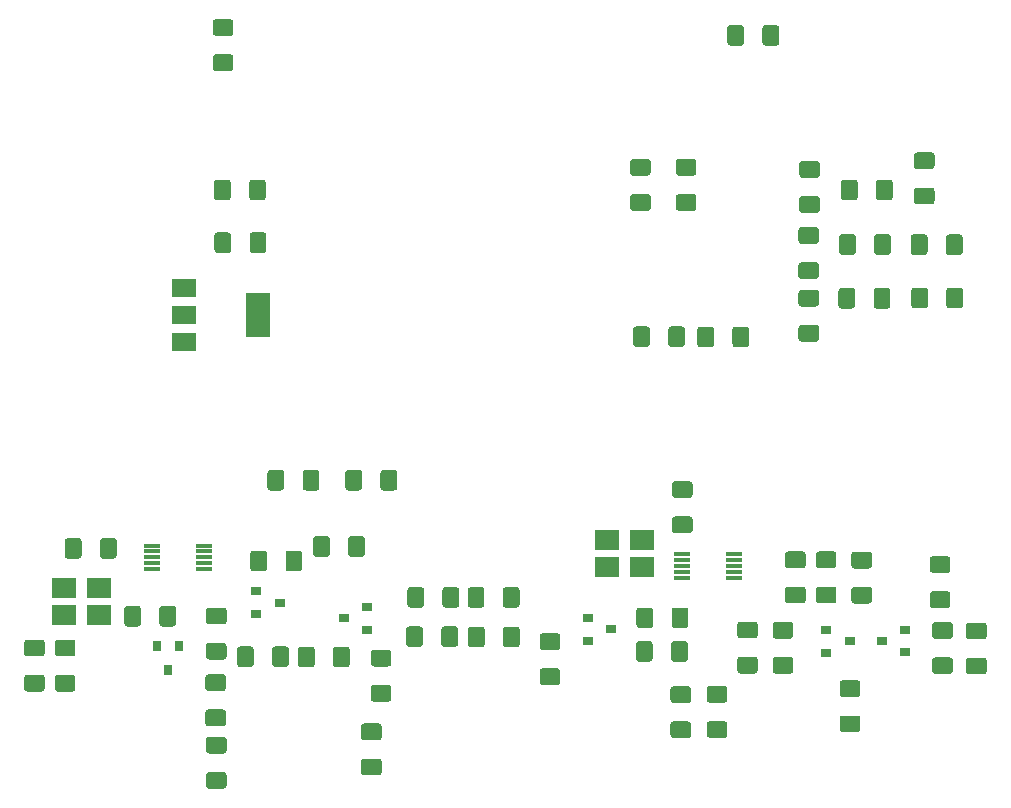
<source format=gbr>
G04 #@! TF.GenerationSoftware,KiCad,Pcbnew,(5.1.9)-1*
G04 #@! TF.CreationDate,2021-04-03T17:20:52+02:00*
G04 #@! TF.ProjectId,vfo-pcb,76666f2d-7063-4622-9e6b-696361645f70,rev?*
G04 #@! TF.SameCoordinates,Original*
G04 #@! TF.FileFunction,Paste,Top*
G04 #@! TF.FilePolarity,Positive*
%FSLAX46Y46*%
G04 Gerber Fmt 4.6, Leading zero omitted, Abs format (unit mm)*
G04 Created by KiCad (PCBNEW (5.1.9)-1) date 2021-04-03 17:20:52*
%MOMM*%
%LPD*%
G01*
G04 APERTURE LIST*
%ADD10R,0.900000X0.800000*%
%ADD11R,0.800000X0.900000*%
%ADD12R,1.400000X0.300000*%
%ADD13R,2.100000X1.800000*%
%ADD14R,2.000000X3.800000*%
%ADD15R,2.000000X1.500000*%
G04 APERTURE END LIST*
G36*
G01*
X63129000Y-68339000D02*
X64379000Y-68339000D01*
G75*
G02*
X64629000Y-68589000I0J-250000D01*
G01*
X64629000Y-69514000D01*
G75*
G02*
X64379000Y-69764000I-250000J0D01*
G01*
X63129000Y-69764000D01*
G75*
G02*
X62879000Y-69514000I0J250000D01*
G01*
X62879000Y-68589000D01*
G75*
G02*
X63129000Y-68339000I250000J0D01*
G01*
G37*
G36*
G01*
X63129000Y-65364000D02*
X64379000Y-65364000D01*
G75*
G02*
X64629000Y-65614000I0J-250000D01*
G01*
X64629000Y-66539000D01*
G75*
G02*
X64379000Y-66789000I-250000J0D01*
G01*
X63129000Y-66789000D01*
G75*
G02*
X62879000Y-66539000I0J250000D01*
G01*
X62879000Y-65614000D01*
G75*
G02*
X63129000Y-65364000I250000J0D01*
G01*
G37*
G36*
G01*
X75675000Y-127975000D02*
X76925000Y-127975000D01*
G75*
G02*
X77175000Y-128225000I0J-250000D01*
G01*
X77175000Y-129150000D01*
G75*
G02*
X76925000Y-129400000I-250000J0D01*
G01*
X75675000Y-129400000D01*
G75*
G02*
X75425000Y-129150000I0J250000D01*
G01*
X75425000Y-128225000D01*
G75*
G02*
X75675000Y-127975000I250000J0D01*
G01*
G37*
G36*
G01*
X75675000Y-125000000D02*
X76925000Y-125000000D01*
G75*
G02*
X77175000Y-125250000I0J-250000D01*
G01*
X77175000Y-126175000D01*
G75*
G02*
X76925000Y-126425000I-250000J0D01*
G01*
X75675000Y-126425000D01*
G75*
G02*
X75425000Y-126175000I0J250000D01*
G01*
X75425000Y-125250000D01*
G75*
G02*
X75675000Y-125000000I250000J0D01*
G01*
G37*
G36*
G01*
X62550000Y-129100000D02*
X63800000Y-129100000D01*
G75*
G02*
X64050000Y-129350000I0J-250000D01*
G01*
X64050000Y-130275000D01*
G75*
G02*
X63800000Y-130525000I-250000J0D01*
G01*
X62550000Y-130525000D01*
G75*
G02*
X62300000Y-130275000I0J250000D01*
G01*
X62300000Y-129350000D01*
G75*
G02*
X62550000Y-129100000I250000J0D01*
G01*
G37*
G36*
G01*
X62550000Y-126125000D02*
X63800000Y-126125000D01*
G75*
G02*
X64050000Y-126375000I0J-250000D01*
G01*
X64050000Y-127300000D01*
G75*
G02*
X63800000Y-127550000I-250000J0D01*
G01*
X62550000Y-127550000D01*
G75*
G02*
X62300000Y-127300000I0J250000D01*
G01*
X62300000Y-126375000D01*
G75*
G02*
X62550000Y-126125000I250000J0D01*
G01*
G37*
G36*
G01*
X80775000Y-113700000D02*
X80775000Y-114950000D01*
G75*
G02*
X80525000Y-115200000I-250000J0D01*
G01*
X79600000Y-115200000D01*
G75*
G02*
X79350000Y-114950000I0J250000D01*
G01*
X79350000Y-113700000D01*
G75*
G02*
X79600000Y-113450000I250000J0D01*
G01*
X80525000Y-113450000D01*
G75*
G02*
X80775000Y-113700000I0J-250000D01*
G01*
G37*
G36*
G01*
X83750000Y-113700000D02*
X83750000Y-114950000D01*
G75*
G02*
X83500000Y-115200000I-250000J0D01*
G01*
X82575000Y-115200000D01*
G75*
G02*
X82325000Y-114950000I0J250000D01*
G01*
X82325000Y-113700000D01*
G75*
G02*
X82575000Y-113450000I250000J0D01*
G01*
X83500000Y-113450000D01*
G75*
G02*
X83750000Y-113700000I0J-250000D01*
G01*
G37*
G36*
G01*
X66350000Y-118725000D02*
X66350000Y-119975000D01*
G75*
G02*
X66100000Y-120225000I-250000J0D01*
G01*
X65175000Y-120225000D01*
G75*
G02*
X64925000Y-119975000I0J250000D01*
G01*
X64925000Y-118725000D01*
G75*
G02*
X65175000Y-118475000I250000J0D01*
G01*
X66100000Y-118475000D01*
G75*
G02*
X66350000Y-118725000I0J-250000D01*
G01*
G37*
G36*
G01*
X69325000Y-118725000D02*
X69325000Y-119975000D01*
G75*
G02*
X69075000Y-120225000I-250000J0D01*
G01*
X68150000Y-120225000D01*
G75*
G02*
X67900000Y-119975000I0J250000D01*
G01*
X67900000Y-118725000D01*
G75*
G02*
X68150000Y-118475000I250000J0D01*
G01*
X69075000Y-118475000D01*
G75*
G02*
X69325000Y-118725000I0J-250000D01*
G01*
G37*
G36*
G01*
X47150000Y-120875000D02*
X48400000Y-120875000D01*
G75*
G02*
X48650000Y-121125000I0J-250000D01*
G01*
X48650000Y-122050000D01*
G75*
G02*
X48400000Y-122300000I-250000J0D01*
G01*
X47150000Y-122300000D01*
G75*
G02*
X46900000Y-122050000I0J250000D01*
G01*
X46900000Y-121125000D01*
G75*
G02*
X47150000Y-120875000I250000J0D01*
G01*
G37*
G36*
G01*
X47150000Y-117900000D02*
X48400000Y-117900000D01*
G75*
G02*
X48650000Y-118150000I0J-250000D01*
G01*
X48650000Y-119075000D01*
G75*
G02*
X48400000Y-119325000I-250000J0D01*
G01*
X47150000Y-119325000D01*
G75*
G02*
X46900000Y-119075000I0J250000D01*
G01*
X46900000Y-118150000D01*
G75*
G02*
X47150000Y-117900000I250000J0D01*
G01*
G37*
G36*
G01*
X80675000Y-117025000D02*
X80675000Y-118275000D01*
G75*
G02*
X80425000Y-118525000I-250000J0D01*
G01*
X79500000Y-118525000D01*
G75*
G02*
X79250000Y-118275000I0J250000D01*
G01*
X79250000Y-117025000D01*
G75*
G02*
X79500000Y-116775000I250000J0D01*
G01*
X80425000Y-116775000D01*
G75*
G02*
X80675000Y-117025000I0J-250000D01*
G01*
G37*
G36*
G01*
X83650000Y-117025000D02*
X83650000Y-118275000D01*
G75*
G02*
X83400000Y-118525000I-250000J0D01*
G01*
X82475000Y-118525000D01*
G75*
G02*
X82225000Y-118275000I0J250000D01*
G01*
X82225000Y-117025000D01*
G75*
G02*
X82475000Y-116775000I250000J0D01*
G01*
X83400000Y-116775000D01*
G75*
G02*
X83650000Y-117025000I0J-250000D01*
G01*
G37*
G36*
G01*
X106200000Y-123250000D02*
X104950000Y-123250000D01*
G75*
G02*
X104700000Y-123000000I0J250000D01*
G01*
X104700000Y-122075000D01*
G75*
G02*
X104950000Y-121825000I250000J0D01*
G01*
X106200000Y-121825000D01*
G75*
G02*
X106450000Y-122075000I0J-250000D01*
G01*
X106450000Y-123000000D01*
G75*
G02*
X106200000Y-123250000I-250000J0D01*
G01*
G37*
G36*
G01*
X106200000Y-126225000D02*
X104950000Y-126225000D01*
G75*
G02*
X104700000Y-125975000I0J250000D01*
G01*
X104700000Y-125050000D01*
G75*
G02*
X104950000Y-124800000I250000J0D01*
G01*
X106200000Y-124800000D01*
G75*
G02*
X106450000Y-125050000I0J-250000D01*
G01*
X106450000Y-125975000D01*
G75*
G02*
X106200000Y-126225000I-250000J0D01*
G01*
G37*
G36*
G01*
X103125000Y-123275000D02*
X101875000Y-123275000D01*
G75*
G02*
X101625000Y-123025000I0J250000D01*
G01*
X101625000Y-122100000D01*
G75*
G02*
X101875000Y-121850000I250000J0D01*
G01*
X103125000Y-121850000D01*
G75*
G02*
X103375000Y-122100000I0J-250000D01*
G01*
X103375000Y-123025000D01*
G75*
G02*
X103125000Y-123275000I-250000J0D01*
G01*
G37*
G36*
G01*
X103125000Y-126250000D02*
X101875000Y-126250000D01*
G75*
G02*
X101625000Y-126000000I0J250000D01*
G01*
X101625000Y-125075000D01*
G75*
G02*
X101875000Y-124825000I250000J0D01*
G01*
X103125000Y-124825000D01*
G75*
G02*
X103375000Y-125075000I0J-250000D01*
G01*
X103375000Y-126000000D01*
G75*
G02*
X103125000Y-126250000I-250000J0D01*
G01*
G37*
G36*
G01*
X107525000Y-119350000D02*
X108775000Y-119350000D01*
G75*
G02*
X109025000Y-119600000I0J-250000D01*
G01*
X109025000Y-120525000D01*
G75*
G02*
X108775000Y-120775000I-250000J0D01*
G01*
X107525000Y-120775000D01*
G75*
G02*
X107275000Y-120525000I0J250000D01*
G01*
X107275000Y-119600000D01*
G75*
G02*
X107525000Y-119350000I250000J0D01*
G01*
G37*
G36*
G01*
X107525000Y-116375000D02*
X108775000Y-116375000D01*
G75*
G02*
X109025000Y-116625000I0J-250000D01*
G01*
X109025000Y-117550000D01*
G75*
G02*
X108775000Y-117800000I-250000J0D01*
G01*
X107525000Y-117800000D01*
G75*
G02*
X107275000Y-117550000I0J250000D01*
G01*
X107275000Y-116625000D01*
G75*
G02*
X107525000Y-116375000I250000J0D01*
G01*
G37*
G36*
G01*
X101675000Y-119525000D02*
X101675000Y-118275000D01*
G75*
G02*
X101925000Y-118025000I250000J0D01*
G01*
X102850000Y-118025000D01*
G75*
G02*
X103100000Y-118275000I0J-250000D01*
G01*
X103100000Y-119525000D01*
G75*
G02*
X102850000Y-119775000I-250000J0D01*
G01*
X101925000Y-119775000D01*
G75*
G02*
X101675000Y-119525000I0J250000D01*
G01*
G37*
G36*
G01*
X98700000Y-119525000D02*
X98700000Y-118275000D01*
G75*
G02*
X98950000Y-118025000I250000J0D01*
G01*
X99875000Y-118025000D01*
G75*
G02*
X100125000Y-118275000I0J-250000D01*
G01*
X100125000Y-119525000D01*
G75*
G02*
X99875000Y-119775000I-250000J0D01*
G01*
X98950000Y-119775000D01*
G75*
G02*
X98700000Y-119525000I0J250000D01*
G01*
G37*
G36*
G01*
X128150000Y-117875000D02*
X126900000Y-117875000D01*
G75*
G02*
X126650000Y-117625000I0J250000D01*
G01*
X126650000Y-116700000D01*
G75*
G02*
X126900000Y-116450000I250000J0D01*
G01*
X128150000Y-116450000D01*
G75*
G02*
X128400000Y-116700000I0J-250000D01*
G01*
X128400000Y-117625000D01*
G75*
G02*
X128150000Y-117875000I-250000J0D01*
G01*
G37*
G36*
G01*
X128150000Y-120850000D02*
X126900000Y-120850000D01*
G75*
G02*
X126650000Y-120600000I0J250000D01*
G01*
X126650000Y-119675000D01*
G75*
G02*
X126900000Y-119425000I250000J0D01*
G01*
X128150000Y-119425000D01*
G75*
G02*
X128400000Y-119675000I0J-250000D01*
G01*
X128400000Y-120600000D01*
G75*
G02*
X128150000Y-120850000I-250000J0D01*
G01*
G37*
G36*
G01*
X125085000Y-112255000D02*
X123835000Y-112255000D01*
G75*
G02*
X123585000Y-112005000I0J250000D01*
G01*
X123585000Y-111080000D01*
G75*
G02*
X123835000Y-110830000I250000J0D01*
G01*
X125085000Y-110830000D01*
G75*
G02*
X125335000Y-111080000I0J-250000D01*
G01*
X125335000Y-112005000D01*
G75*
G02*
X125085000Y-112255000I-250000J0D01*
G01*
G37*
G36*
G01*
X125085000Y-115230000D02*
X123835000Y-115230000D01*
G75*
G02*
X123585000Y-114980000I0J250000D01*
G01*
X123585000Y-114055000D01*
G75*
G02*
X123835000Y-113805000I250000J0D01*
G01*
X125085000Y-113805000D01*
G75*
G02*
X125335000Y-114055000I0J-250000D01*
G01*
X125335000Y-114980000D01*
G75*
G02*
X125085000Y-115230000I-250000J0D01*
G01*
G37*
G36*
G01*
X73050000Y-120000000D02*
X73050000Y-118750000D01*
G75*
G02*
X73300000Y-118500000I250000J0D01*
G01*
X74225000Y-118500000D01*
G75*
G02*
X74475000Y-118750000I0J-250000D01*
G01*
X74475000Y-120000000D01*
G75*
G02*
X74225000Y-120250000I-250000J0D01*
G01*
X73300000Y-120250000D01*
G75*
G02*
X73050000Y-120000000I0J250000D01*
G01*
G37*
G36*
G01*
X70075000Y-120000000D02*
X70075000Y-118750000D01*
G75*
G02*
X70325000Y-118500000I250000J0D01*
G01*
X71250000Y-118500000D01*
G75*
G02*
X71500000Y-118750000I0J-250000D01*
G01*
X71500000Y-120000000D01*
G75*
G02*
X71250000Y-120250000I-250000J0D01*
G01*
X70325000Y-120250000D01*
G75*
G02*
X70075000Y-120000000I0J250000D01*
G01*
G37*
D10*
X116803680Y-118056660D03*
X114803680Y-119006660D03*
X114803680Y-117106660D03*
X96623380Y-117033040D03*
X94623380Y-117983040D03*
X94623380Y-116083040D03*
X119512840Y-118000780D03*
X121512840Y-117050780D03*
X121512840Y-118950780D03*
X68536060Y-114762280D03*
X66536060Y-115712280D03*
X66536060Y-113812280D03*
D11*
X59070240Y-120461280D03*
X58120240Y-118461280D03*
X60020240Y-118461280D03*
D10*
X73963020Y-116098320D03*
X75963020Y-115148320D03*
X75963020Y-117048320D03*
G36*
G01*
X87432180Y-114950400D02*
X87432180Y-113700400D01*
G75*
G02*
X87682180Y-113450400I250000J0D01*
G01*
X88607180Y-113450400D01*
G75*
G02*
X88857180Y-113700400I0J-250000D01*
G01*
X88857180Y-114950400D01*
G75*
G02*
X88607180Y-115200400I-250000J0D01*
G01*
X87682180Y-115200400D01*
G75*
G02*
X87432180Y-114950400I0J250000D01*
G01*
G37*
G36*
G01*
X84457180Y-114950400D02*
X84457180Y-113700400D01*
G75*
G02*
X84707180Y-113450400I250000J0D01*
G01*
X85632180Y-113450400D01*
G75*
G02*
X85882180Y-113700400I0J-250000D01*
G01*
X85882180Y-114950400D01*
G75*
G02*
X85632180Y-115200400I-250000J0D01*
G01*
X84707180Y-115200400D01*
G75*
G02*
X84457180Y-114950400I0J250000D01*
G01*
G37*
G36*
G01*
X77750000Y-120175000D02*
X76500000Y-120175000D01*
G75*
G02*
X76250000Y-119925000I0J250000D01*
G01*
X76250000Y-119000000D01*
G75*
G02*
X76500000Y-118750000I250000J0D01*
G01*
X77750000Y-118750000D01*
G75*
G02*
X78000000Y-119000000I0J-250000D01*
G01*
X78000000Y-119925000D01*
G75*
G02*
X77750000Y-120175000I-250000J0D01*
G01*
G37*
G36*
G01*
X77750000Y-123150000D02*
X76500000Y-123150000D01*
G75*
G02*
X76250000Y-122900000I0J250000D01*
G01*
X76250000Y-121975000D01*
G75*
G02*
X76500000Y-121725000I250000J0D01*
G01*
X77750000Y-121725000D01*
G75*
G02*
X78000000Y-121975000I0J-250000D01*
G01*
X78000000Y-122900000D01*
G75*
G02*
X77750000Y-123150000I-250000J0D01*
G01*
G37*
G36*
G01*
X56796640Y-115290440D02*
X56796640Y-116540440D01*
G75*
G02*
X56546640Y-116790440I-250000J0D01*
G01*
X55621640Y-116790440D01*
G75*
G02*
X55371640Y-116540440I0J250000D01*
G01*
X55371640Y-115290440D01*
G75*
G02*
X55621640Y-115040440I250000J0D01*
G01*
X56546640Y-115040440D01*
G75*
G02*
X56796640Y-115290440I0J-250000D01*
G01*
G37*
G36*
G01*
X59771640Y-115290440D02*
X59771640Y-116540440D01*
G75*
G02*
X59521640Y-116790440I-250000J0D01*
G01*
X58596640Y-116790440D01*
G75*
G02*
X58346640Y-116540440I0J250000D01*
G01*
X58346640Y-115290440D01*
G75*
G02*
X58596640Y-115040440I250000J0D01*
G01*
X59521640Y-115040440D01*
G75*
G02*
X59771640Y-115290440I0J-250000D01*
G01*
G37*
G36*
G01*
X110525400Y-119359980D02*
X111775400Y-119359980D01*
G75*
G02*
X112025400Y-119609980I0J-250000D01*
G01*
X112025400Y-120534980D01*
G75*
G02*
X111775400Y-120784980I-250000J0D01*
G01*
X110525400Y-120784980D01*
G75*
G02*
X110275400Y-120534980I0J250000D01*
G01*
X110275400Y-119609980D01*
G75*
G02*
X110525400Y-119359980I250000J0D01*
G01*
G37*
G36*
G01*
X110525400Y-116384980D02*
X111775400Y-116384980D01*
G75*
G02*
X112025400Y-116634980I0J-250000D01*
G01*
X112025400Y-117559980D01*
G75*
G02*
X111775400Y-117809980I-250000J0D01*
G01*
X110525400Y-117809980D01*
G75*
G02*
X110275400Y-117559980I0J250000D01*
G01*
X110275400Y-116634980D01*
G75*
G02*
X110525400Y-116384980I250000J0D01*
G01*
G37*
G36*
G01*
X90794680Y-120330260D02*
X92044680Y-120330260D01*
G75*
G02*
X92294680Y-120580260I0J-250000D01*
G01*
X92294680Y-121505260D01*
G75*
G02*
X92044680Y-121755260I-250000J0D01*
G01*
X90794680Y-121755260D01*
G75*
G02*
X90544680Y-121505260I0J250000D01*
G01*
X90544680Y-120580260D01*
G75*
G02*
X90794680Y-120330260I250000J0D01*
G01*
G37*
G36*
G01*
X90794680Y-117355260D02*
X92044680Y-117355260D01*
G75*
G02*
X92294680Y-117605260I0J-250000D01*
G01*
X92294680Y-118530260D01*
G75*
G02*
X92044680Y-118780260I-250000J0D01*
G01*
X90794680Y-118780260D01*
G75*
G02*
X90544680Y-118530260I0J250000D01*
G01*
X90544680Y-117605260D01*
G75*
G02*
X90794680Y-117355260I250000J0D01*
G01*
G37*
G36*
G01*
X124035660Y-119390460D02*
X125285660Y-119390460D01*
G75*
G02*
X125535660Y-119640460I0J-250000D01*
G01*
X125535660Y-120565460D01*
G75*
G02*
X125285660Y-120815460I-250000J0D01*
G01*
X124035660Y-120815460D01*
G75*
G02*
X123785660Y-120565460I0J250000D01*
G01*
X123785660Y-119640460D01*
G75*
G02*
X124035660Y-119390460I250000J0D01*
G01*
G37*
G36*
G01*
X124035660Y-116415460D02*
X125285660Y-116415460D01*
G75*
G02*
X125535660Y-116665460I0J-250000D01*
G01*
X125535660Y-117590460D01*
G75*
G02*
X125285660Y-117840460I-250000J0D01*
G01*
X124035660Y-117840460D01*
G75*
G02*
X123785660Y-117590460I0J250000D01*
G01*
X123785660Y-116665460D01*
G75*
G02*
X124035660Y-116415460I250000J0D01*
G01*
G37*
G36*
G01*
X101724760Y-116685220D02*
X101724760Y-115435220D01*
G75*
G02*
X101974760Y-115185220I250000J0D01*
G01*
X102899760Y-115185220D01*
G75*
G02*
X103149760Y-115435220I0J-250000D01*
G01*
X103149760Y-116685220D01*
G75*
G02*
X102899760Y-116935220I-250000J0D01*
G01*
X101974760Y-116935220D01*
G75*
G02*
X101724760Y-116685220I0J250000D01*
G01*
G37*
G36*
G01*
X98749760Y-116685220D02*
X98749760Y-115435220D01*
G75*
G02*
X98999760Y-115185220I250000J0D01*
G01*
X99924760Y-115185220D01*
G75*
G02*
X100174760Y-115435220I0J-250000D01*
G01*
X100174760Y-116685220D01*
G75*
G02*
X99924760Y-116935220I-250000J0D01*
G01*
X98999760Y-116935220D01*
G75*
G02*
X98749760Y-116685220I0J250000D01*
G01*
G37*
G36*
G01*
X115430460Y-111858760D02*
X114180460Y-111858760D01*
G75*
G02*
X113930460Y-111608760I0J250000D01*
G01*
X113930460Y-110683760D01*
G75*
G02*
X114180460Y-110433760I250000J0D01*
G01*
X115430460Y-110433760D01*
G75*
G02*
X115680460Y-110683760I0J-250000D01*
G01*
X115680460Y-111608760D01*
G75*
G02*
X115430460Y-111858760I-250000J0D01*
G01*
G37*
G36*
G01*
X115430460Y-114833760D02*
X114180460Y-114833760D01*
G75*
G02*
X113930460Y-114583760I0J250000D01*
G01*
X113930460Y-113658760D01*
G75*
G02*
X114180460Y-113408760I250000J0D01*
G01*
X115430460Y-113408760D01*
G75*
G02*
X115680460Y-113658760I0J-250000D01*
G01*
X115680460Y-114583760D01*
G75*
G02*
X115430460Y-114833760I-250000J0D01*
G01*
G37*
G36*
G01*
X118445440Y-111879080D02*
X117195440Y-111879080D01*
G75*
G02*
X116945440Y-111629080I0J250000D01*
G01*
X116945440Y-110704080D01*
G75*
G02*
X117195440Y-110454080I250000J0D01*
G01*
X118445440Y-110454080D01*
G75*
G02*
X118695440Y-110704080I0J-250000D01*
G01*
X118695440Y-111629080D01*
G75*
G02*
X118445440Y-111879080I-250000J0D01*
G01*
G37*
G36*
G01*
X118445440Y-114854080D02*
X117195440Y-114854080D01*
G75*
G02*
X116945440Y-114604080I0J250000D01*
G01*
X116945440Y-113679080D01*
G75*
G02*
X117195440Y-113429080I250000J0D01*
G01*
X118445440Y-113429080D01*
G75*
G02*
X118695440Y-113679080I0J-250000D01*
G01*
X118695440Y-114604080D01*
G75*
G02*
X118445440Y-114854080I-250000J0D01*
G01*
G37*
D12*
X62164320Y-109931960D03*
X62164320Y-110431960D03*
X62164320Y-110931960D03*
X62164320Y-111431960D03*
X62164320Y-111931960D03*
X57764320Y-111931960D03*
X57764320Y-111431960D03*
X57764320Y-110931960D03*
X57764320Y-110431960D03*
X57764320Y-109931960D03*
G36*
G01*
X106875880Y-92898120D02*
X106875880Y-91648120D01*
G75*
G02*
X107125880Y-91398120I250000J0D01*
G01*
X108050880Y-91398120D01*
G75*
G02*
X108300880Y-91648120I0J-250000D01*
G01*
X108300880Y-92898120D01*
G75*
G02*
X108050880Y-93148120I-250000J0D01*
G01*
X107125880Y-93148120D01*
G75*
G02*
X106875880Y-92898120I0J250000D01*
G01*
G37*
G36*
G01*
X103900880Y-92898120D02*
X103900880Y-91648120D01*
G75*
G02*
X104150880Y-91398120I250000J0D01*
G01*
X105075880Y-91398120D01*
G75*
G02*
X105325880Y-91648120I0J-250000D01*
G01*
X105325880Y-92898120D01*
G75*
G02*
X105075880Y-93148120I-250000J0D01*
G01*
X104150880Y-93148120D01*
G75*
G02*
X103900880Y-92898120I0J250000D01*
G01*
G37*
G36*
G01*
X102860200Y-91623880D02*
X102860200Y-92873880D01*
G75*
G02*
X102610200Y-93123880I-250000J0D01*
G01*
X101685200Y-93123880D01*
G75*
G02*
X101435200Y-92873880I0J250000D01*
G01*
X101435200Y-91623880D01*
G75*
G02*
X101685200Y-91373880I250000J0D01*
G01*
X102610200Y-91373880D01*
G75*
G02*
X102860200Y-91623880I0J-250000D01*
G01*
G37*
G36*
G01*
X99885200Y-91623880D02*
X99885200Y-92873880D01*
G75*
G02*
X99635200Y-93123880I-250000J0D01*
G01*
X98710200Y-93123880D01*
G75*
G02*
X98460200Y-92873880I0J250000D01*
G01*
X98460200Y-91623880D01*
G75*
G02*
X98710200Y-91373880I250000J0D01*
G01*
X99635200Y-91373880D01*
G75*
G02*
X99885200Y-91623880I0J-250000D01*
G01*
G37*
G36*
G01*
X126370440Y-83840160D02*
X126370440Y-85090160D01*
G75*
G02*
X126120440Y-85340160I-250000J0D01*
G01*
X125195440Y-85340160D01*
G75*
G02*
X124945440Y-85090160I0J250000D01*
G01*
X124945440Y-83840160D01*
G75*
G02*
X125195440Y-83590160I250000J0D01*
G01*
X126120440Y-83590160D01*
G75*
G02*
X126370440Y-83840160I0J-250000D01*
G01*
G37*
G36*
G01*
X123395440Y-83840160D02*
X123395440Y-85090160D01*
G75*
G02*
X123145440Y-85340160I-250000J0D01*
G01*
X122220440Y-85340160D01*
G75*
G02*
X121970440Y-85090160I0J250000D01*
G01*
X121970440Y-83840160D01*
G75*
G02*
X122220440Y-83590160I250000J0D01*
G01*
X123145440Y-83590160D01*
G75*
G02*
X123395440Y-83840160I0J-250000D01*
G01*
G37*
G36*
G01*
X126411080Y-88356280D02*
X126411080Y-89606280D01*
G75*
G02*
X126161080Y-89856280I-250000J0D01*
G01*
X125236080Y-89856280D01*
G75*
G02*
X124986080Y-89606280I0J250000D01*
G01*
X124986080Y-88356280D01*
G75*
G02*
X125236080Y-88106280I250000J0D01*
G01*
X126161080Y-88106280D01*
G75*
G02*
X126411080Y-88356280I0J-250000D01*
G01*
G37*
G36*
G01*
X123436080Y-88356280D02*
X123436080Y-89606280D01*
G75*
G02*
X123186080Y-89856280I-250000J0D01*
G01*
X122261080Y-89856280D01*
G75*
G02*
X122011080Y-89606280I0J250000D01*
G01*
X122011080Y-88356280D01*
G75*
G02*
X122261080Y-88106280I250000J0D01*
G01*
X123186080Y-88106280D01*
G75*
G02*
X123436080Y-88356280I0J-250000D01*
G01*
G37*
G36*
G01*
X122483720Y-79626760D02*
X123733720Y-79626760D01*
G75*
G02*
X123983720Y-79876760I0J-250000D01*
G01*
X123983720Y-80801760D01*
G75*
G02*
X123733720Y-81051760I-250000J0D01*
G01*
X122483720Y-81051760D01*
G75*
G02*
X122233720Y-80801760I0J250000D01*
G01*
X122233720Y-79876760D01*
G75*
G02*
X122483720Y-79626760I250000J0D01*
G01*
G37*
G36*
G01*
X122483720Y-76651760D02*
X123733720Y-76651760D01*
G75*
G02*
X123983720Y-76901760I0J-250000D01*
G01*
X123983720Y-77826760D01*
G75*
G02*
X123733720Y-78076760I-250000J0D01*
G01*
X122483720Y-78076760D01*
G75*
G02*
X122233720Y-77826760I0J250000D01*
G01*
X122233720Y-76901760D01*
G75*
G02*
X122483720Y-76651760I250000J0D01*
G01*
G37*
G36*
G01*
X103581360Y-78625400D02*
X102331360Y-78625400D01*
G75*
G02*
X102081360Y-78375400I0J250000D01*
G01*
X102081360Y-77450400D01*
G75*
G02*
X102331360Y-77200400I250000J0D01*
G01*
X103581360Y-77200400D01*
G75*
G02*
X103831360Y-77450400I0J-250000D01*
G01*
X103831360Y-78375400D01*
G75*
G02*
X103581360Y-78625400I-250000J0D01*
G01*
G37*
G36*
G01*
X103581360Y-81600400D02*
X102331360Y-81600400D01*
G75*
G02*
X102081360Y-81350400I0J250000D01*
G01*
X102081360Y-80425400D01*
G75*
G02*
X102331360Y-80175400I250000J0D01*
G01*
X103581360Y-80175400D01*
G75*
G02*
X103831360Y-80425400I0J-250000D01*
G01*
X103831360Y-81350400D01*
G75*
G02*
X103581360Y-81600400I-250000J0D01*
G01*
G37*
G36*
G01*
X99710400Y-81600400D02*
X98460400Y-81600400D01*
G75*
G02*
X98210400Y-81350400I0J250000D01*
G01*
X98210400Y-80425400D01*
G75*
G02*
X98460400Y-80175400I250000J0D01*
G01*
X99710400Y-80175400D01*
G75*
G02*
X99960400Y-80425400I0J-250000D01*
G01*
X99960400Y-81350400D01*
G75*
G02*
X99710400Y-81600400I-250000J0D01*
G01*
G37*
G36*
G01*
X99710400Y-78625400D02*
X98460400Y-78625400D01*
G75*
G02*
X98210400Y-78375400I0J250000D01*
G01*
X98210400Y-77450400D01*
G75*
G02*
X98460400Y-77200400I250000J0D01*
G01*
X99710400Y-77200400D01*
G75*
G02*
X99960400Y-77450400I0J-250000D01*
G01*
X99960400Y-78375400D01*
G75*
G02*
X99710400Y-78625400I-250000J0D01*
G01*
G37*
G36*
G01*
X110835800Y-66116040D02*
X110835800Y-67366040D01*
G75*
G02*
X110585800Y-67616040I-250000J0D01*
G01*
X109660800Y-67616040D01*
G75*
G02*
X109410800Y-67366040I0J250000D01*
G01*
X109410800Y-66116040D01*
G75*
G02*
X109660800Y-65866040I250000J0D01*
G01*
X110585800Y-65866040D01*
G75*
G02*
X110835800Y-66116040I0J-250000D01*
G01*
G37*
G36*
G01*
X107860800Y-66116040D02*
X107860800Y-67366040D01*
G75*
G02*
X107610800Y-67616040I-250000J0D01*
G01*
X106685800Y-67616040D01*
G75*
G02*
X106435800Y-67366040I0J250000D01*
G01*
X106435800Y-66116040D01*
G75*
G02*
X106685800Y-65866040I250000J0D01*
G01*
X107610800Y-65866040D01*
G75*
G02*
X107860800Y-66116040I0J-250000D01*
G01*
G37*
G36*
G01*
X115894760Y-85069840D02*
X115894760Y-83819840D01*
G75*
G02*
X116144760Y-83569840I250000J0D01*
G01*
X117069760Y-83569840D01*
G75*
G02*
X117319760Y-83819840I0J-250000D01*
G01*
X117319760Y-85069840D01*
G75*
G02*
X117069760Y-85319840I-250000J0D01*
G01*
X116144760Y-85319840D01*
G75*
G02*
X115894760Y-85069840I0J250000D01*
G01*
G37*
G36*
G01*
X118869760Y-85069840D02*
X118869760Y-83819840D01*
G75*
G02*
X119119760Y-83569840I250000J0D01*
G01*
X120044760Y-83569840D01*
G75*
G02*
X120294760Y-83819840I0J-250000D01*
G01*
X120294760Y-85069840D01*
G75*
G02*
X120044760Y-85319840I-250000J0D01*
G01*
X119119760Y-85319840D01*
G75*
G02*
X118869760Y-85069840I0J250000D01*
G01*
G37*
G36*
G01*
X118824040Y-89616440D02*
X118824040Y-88366440D01*
G75*
G02*
X119074040Y-88116440I250000J0D01*
G01*
X119999040Y-88116440D01*
G75*
G02*
X120249040Y-88366440I0J-250000D01*
G01*
X120249040Y-89616440D01*
G75*
G02*
X119999040Y-89866440I-250000J0D01*
G01*
X119074040Y-89866440D01*
G75*
G02*
X118824040Y-89616440I0J250000D01*
G01*
G37*
G36*
G01*
X115849040Y-89616440D02*
X115849040Y-88366440D01*
G75*
G02*
X116099040Y-88116440I250000J0D01*
G01*
X117024040Y-88116440D01*
G75*
G02*
X117274040Y-88366440I0J-250000D01*
G01*
X117274040Y-89616440D01*
G75*
G02*
X117024040Y-89866440I-250000J0D01*
G01*
X116099040Y-89866440D01*
G75*
G02*
X115849040Y-89616440I0J250000D01*
G01*
G37*
G36*
G01*
X116047160Y-80452120D02*
X116047160Y-79202120D01*
G75*
G02*
X116297160Y-78952120I250000J0D01*
G01*
X117222160Y-78952120D01*
G75*
G02*
X117472160Y-79202120I0J-250000D01*
G01*
X117472160Y-80452120D01*
G75*
G02*
X117222160Y-80702120I-250000J0D01*
G01*
X116297160Y-80702120D01*
G75*
G02*
X116047160Y-80452120I0J250000D01*
G01*
G37*
G36*
G01*
X119022160Y-80452120D02*
X119022160Y-79202120D01*
G75*
G02*
X119272160Y-78952120I250000J0D01*
G01*
X120197160Y-78952120D01*
G75*
G02*
X120447160Y-79202120I0J-250000D01*
G01*
X120447160Y-80452120D01*
G75*
G02*
X120197160Y-80702120I-250000J0D01*
G01*
X119272160Y-80702120D01*
G75*
G02*
X119022160Y-80452120I0J250000D01*
G01*
G37*
G36*
G01*
X113954720Y-87371280D02*
X112704720Y-87371280D01*
G75*
G02*
X112454720Y-87121280I0J250000D01*
G01*
X112454720Y-86196280D01*
G75*
G02*
X112704720Y-85946280I250000J0D01*
G01*
X113954720Y-85946280D01*
G75*
G02*
X114204720Y-86196280I0J-250000D01*
G01*
X114204720Y-87121280D01*
G75*
G02*
X113954720Y-87371280I-250000J0D01*
G01*
G37*
G36*
G01*
X113954720Y-84396280D02*
X112704720Y-84396280D01*
G75*
G02*
X112454720Y-84146280I0J250000D01*
G01*
X112454720Y-83221280D01*
G75*
G02*
X112704720Y-82971280I250000J0D01*
G01*
X113954720Y-82971280D01*
G75*
G02*
X114204720Y-83221280I0J-250000D01*
G01*
X114204720Y-84146280D01*
G75*
G02*
X113954720Y-84396280I-250000J0D01*
G01*
G37*
G36*
G01*
X113964880Y-89704880D02*
X112714880Y-89704880D01*
G75*
G02*
X112464880Y-89454880I0J250000D01*
G01*
X112464880Y-88529880D01*
G75*
G02*
X112714880Y-88279880I250000J0D01*
G01*
X113964880Y-88279880D01*
G75*
G02*
X114214880Y-88529880I0J-250000D01*
G01*
X114214880Y-89454880D01*
G75*
G02*
X113964880Y-89704880I-250000J0D01*
G01*
G37*
G36*
G01*
X113964880Y-92679880D02*
X112714880Y-92679880D01*
G75*
G02*
X112464880Y-92429880I0J250000D01*
G01*
X112464880Y-91504880D01*
G75*
G02*
X112714880Y-91254880I250000J0D01*
G01*
X113964880Y-91254880D01*
G75*
G02*
X114214880Y-91504880I0J-250000D01*
G01*
X114214880Y-92429880D01*
G75*
G02*
X113964880Y-92679880I-250000J0D01*
G01*
G37*
G36*
G01*
X114030920Y-81773120D02*
X112780920Y-81773120D01*
G75*
G02*
X112530920Y-81523120I0J250000D01*
G01*
X112530920Y-80598120D01*
G75*
G02*
X112780920Y-80348120I250000J0D01*
G01*
X114030920Y-80348120D01*
G75*
G02*
X114280920Y-80598120I0J-250000D01*
G01*
X114280920Y-81523120D01*
G75*
G02*
X114030920Y-81773120I-250000J0D01*
G01*
G37*
G36*
G01*
X114030920Y-78798120D02*
X112780920Y-78798120D01*
G75*
G02*
X112530920Y-78548120I0J250000D01*
G01*
X112530920Y-77623120D01*
G75*
G02*
X112780920Y-77373120I250000J0D01*
G01*
X114030920Y-77373120D01*
G75*
G02*
X114280920Y-77623120I0J-250000D01*
G01*
X114280920Y-78548120D01*
G75*
G02*
X114030920Y-78798120I-250000J0D01*
G01*
G37*
G36*
G01*
X102006240Y-107465160D02*
X103256240Y-107465160D01*
G75*
G02*
X103506240Y-107715160I0J-250000D01*
G01*
X103506240Y-108640160D01*
G75*
G02*
X103256240Y-108890160I-250000J0D01*
G01*
X102006240Y-108890160D01*
G75*
G02*
X101756240Y-108640160I0J250000D01*
G01*
X101756240Y-107715160D01*
G75*
G02*
X102006240Y-107465160I250000J0D01*
G01*
G37*
G36*
G01*
X102006240Y-104490160D02*
X103256240Y-104490160D01*
G75*
G02*
X103506240Y-104740160I0J-250000D01*
G01*
X103506240Y-105665160D01*
G75*
G02*
X103256240Y-105915160I-250000J0D01*
G01*
X102006240Y-105915160D01*
G75*
G02*
X101756240Y-105665160I0J250000D01*
G01*
X101756240Y-104740160D01*
G75*
G02*
X102006240Y-104490160I250000J0D01*
G01*
G37*
G36*
G01*
X50347520Y-110800040D02*
X50347520Y-109550040D01*
G75*
G02*
X50597520Y-109300040I250000J0D01*
G01*
X51522520Y-109300040D01*
G75*
G02*
X51772520Y-109550040I0J-250000D01*
G01*
X51772520Y-110800040D01*
G75*
G02*
X51522520Y-111050040I-250000J0D01*
G01*
X50597520Y-111050040D01*
G75*
G02*
X50347520Y-110800040I0J250000D01*
G01*
G37*
G36*
G01*
X53322520Y-110800040D02*
X53322520Y-109550040D01*
G75*
G02*
X53572520Y-109300040I250000J0D01*
G01*
X54497520Y-109300040D01*
G75*
G02*
X54747520Y-109550040I0J-250000D01*
G01*
X54747520Y-110800040D01*
G75*
G02*
X54497520Y-111050040I-250000J0D01*
G01*
X53572520Y-111050040D01*
G75*
G02*
X53322520Y-110800040I0J250000D01*
G01*
G37*
X102635960Y-110673640D03*
X102635960Y-111173640D03*
X102635960Y-111673640D03*
X102635960Y-112173640D03*
X102635960Y-112673640D03*
X107035960Y-112673640D03*
X107035960Y-112173640D03*
X107035960Y-111673640D03*
X107035960Y-111173640D03*
X107035960Y-110673640D03*
D13*
X99176500Y-109461920D03*
X96276500Y-109461920D03*
X96276500Y-111761920D03*
X99176500Y-111761920D03*
X53207580Y-115823380D03*
X50307580Y-115823380D03*
X50307580Y-113523380D03*
X53207580Y-113523380D03*
G36*
G01*
X67376400Y-79212280D02*
X67376400Y-80462280D01*
G75*
G02*
X67126400Y-80712280I-250000J0D01*
G01*
X66201400Y-80712280D01*
G75*
G02*
X65951400Y-80462280I0J250000D01*
G01*
X65951400Y-79212280D01*
G75*
G02*
X66201400Y-78962280I250000J0D01*
G01*
X67126400Y-78962280D01*
G75*
G02*
X67376400Y-79212280I0J-250000D01*
G01*
G37*
G36*
G01*
X64401400Y-79212280D02*
X64401400Y-80462280D01*
G75*
G02*
X64151400Y-80712280I-250000J0D01*
G01*
X63226400Y-80712280D01*
G75*
G02*
X62976400Y-80462280I0J250000D01*
G01*
X62976400Y-79212280D01*
G75*
G02*
X63226400Y-78962280I250000J0D01*
G01*
X64151400Y-78962280D01*
G75*
G02*
X64401400Y-79212280I0J-250000D01*
G01*
G37*
G36*
G01*
X65992040Y-84922520D02*
X65992040Y-83672520D01*
G75*
G02*
X66242040Y-83422520I250000J0D01*
G01*
X67167040Y-83422520D01*
G75*
G02*
X67417040Y-83672520I0J-250000D01*
G01*
X67417040Y-84922520D01*
G75*
G02*
X67167040Y-85172520I-250000J0D01*
G01*
X66242040Y-85172520D01*
G75*
G02*
X65992040Y-84922520I0J250000D01*
G01*
G37*
G36*
G01*
X63017040Y-84922520D02*
X63017040Y-83672520D01*
G75*
G02*
X63267040Y-83422520I250000J0D01*
G01*
X64192040Y-83422520D01*
G75*
G02*
X64442040Y-83672520I0J-250000D01*
G01*
X64442040Y-84922520D01*
G75*
G02*
X64192040Y-85172520I-250000J0D01*
G01*
X63267040Y-85172520D01*
G75*
G02*
X63017040Y-84922520I0J250000D01*
G01*
G37*
D14*
X66721120Y-90418920D03*
D15*
X60421120Y-90418920D03*
X60421120Y-92718920D03*
X60421120Y-88118920D03*
G36*
G01*
X74101600Y-105024080D02*
X74101600Y-103774080D01*
G75*
G02*
X74351600Y-103524080I250000J0D01*
G01*
X75276600Y-103524080D01*
G75*
G02*
X75526600Y-103774080I0J-250000D01*
G01*
X75526600Y-105024080D01*
G75*
G02*
X75276600Y-105274080I-250000J0D01*
G01*
X74351600Y-105274080D01*
G75*
G02*
X74101600Y-105024080I0J250000D01*
G01*
G37*
G36*
G01*
X77076600Y-105024080D02*
X77076600Y-103774080D01*
G75*
G02*
X77326600Y-103524080I250000J0D01*
G01*
X78251600Y-103524080D01*
G75*
G02*
X78501600Y-103774080I0J-250000D01*
G01*
X78501600Y-105024080D01*
G75*
G02*
X78251600Y-105274080I-250000J0D01*
G01*
X77326600Y-105274080D01*
G75*
G02*
X77076600Y-105024080I0J250000D01*
G01*
G37*
G36*
G01*
X68932760Y-103774080D02*
X68932760Y-105024080D01*
G75*
G02*
X68682760Y-105274080I-250000J0D01*
G01*
X67757760Y-105274080D01*
G75*
G02*
X67507760Y-105024080I0J250000D01*
G01*
X67507760Y-103774080D01*
G75*
G02*
X67757760Y-103524080I250000J0D01*
G01*
X68682760Y-103524080D01*
G75*
G02*
X68932760Y-103774080I0J-250000D01*
G01*
G37*
G36*
G01*
X71907760Y-103774080D02*
X71907760Y-105024080D01*
G75*
G02*
X71657760Y-105274080I-250000J0D01*
G01*
X70732760Y-105274080D01*
G75*
G02*
X70482760Y-105024080I0J250000D01*
G01*
X70482760Y-103774080D01*
G75*
G02*
X70732760Y-103524080I250000J0D01*
G01*
X71657760Y-103524080D01*
G75*
G02*
X71907760Y-103774080I0J-250000D01*
G01*
G37*
G36*
G01*
X75758400Y-109387480D02*
X75758400Y-110637480D01*
G75*
G02*
X75508400Y-110887480I-250000J0D01*
G01*
X74583400Y-110887480D01*
G75*
G02*
X74333400Y-110637480I0J250000D01*
G01*
X74333400Y-109387480D01*
G75*
G02*
X74583400Y-109137480I250000J0D01*
G01*
X75508400Y-109137480D01*
G75*
G02*
X75758400Y-109387480I0J-250000D01*
G01*
G37*
G36*
G01*
X72783400Y-109387480D02*
X72783400Y-110637480D01*
G75*
G02*
X72533400Y-110887480I-250000J0D01*
G01*
X71608400Y-110887480D01*
G75*
G02*
X71358400Y-110637480I0J250000D01*
G01*
X71358400Y-109387480D01*
G75*
G02*
X71608400Y-109137480I250000J0D01*
G01*
X72533400Y-109137480D01*
G75*
G02*
X72783400Y-109387480I0J-250000D01*
G01*
G37*
G36*
G01*
X67484960Y-110616840D02*
X67484960Y-111866840D01*
G75*
G02*
X67234960Y-112116840I-250000J0D01*
G01*
X66309960Y-112116840D01*
G75*
G02*
X66059960Y-111866840I0J250000D01*
G01*
X66059960Y-110616840D01*
G75*
G02*
X66309960Y-110366840I250000J0D01*
G01*
X67234960Y-110366840D01*
G75*
G02*
X67484960Y-110616840I0J-250000D01*
G01*
G37*
G36*
G01*
X70459960Y-110616840D02*
X70459960Y-111866840D01*
G75*
G02*
X70209960Y-112116840I-250000J0D01*
G01*
X69284960Y-112116840D01*
G75*
G02*
X69034960Y-111866840I0J250000D01*
G01*
X69034960Y-110616840D01*
G75*
G02*
X69284960Y-110366840I250000J0D01*
G01*
X70209960Y-110366840D01*
G75*
G02*
X70459960Y-110616840I0J-250000D01*
G01*
G37*
G36*
G01*
X63797340Y-119591180D02*
X62547340Y-119591180D01*
G75*
G02*
X62297340Y-119341180I0J250000D01*
G01*
X62297340Y-118416180D01*
G75*
G02*
X62547340Y-118166180I250000J0D01*
G01*
X63797340Y-118166180D01*
G75*
G02*
X64047340Y-118416180I0J-250000D01*
G01*
X64047340Y-119341180D01*
G75*
G02*
X63797340Y-119591180I-250000J0D01*
G01*
G37*
G36*
G01*
X63797340Y-116616180D02*
X62547340Y-116616180D01*
G75*
G02*
X62297340Y-116366180I0J250000D01*
G01*
X62297340Y-115441180D01*
G75*
G02*
X62547340Y-115191180I250000J0D01*
G01*
X63797340Y-115191180D01*
G75*
G02*
X64047340Y-115441180I0J-250000D01*
G01*
X64047340Y-116366180D01*
G75*
G02*
X63797340Y-116616180I-250000J0D01*
G01*
G37*
G36*
G01*
X84475000Y-118300000D02*
X84475000Y-117050000D01*
G75*
G02*
X84725000Y-116800000I250000J0D01*
G01*
X85650000Y-116800000D01*
G75*
G02*
X85900000Y-117050000I0J-250000D01*
G01*
X85900000Y-118300000D01*
G75*
G02*
X85650000Y-118550000I-250000J0D01*
G01*
X84725000Y-118550000D01*
G75*
G02*
X84475000Y-118300000I0J250000D01*
G01*
G37*
G36*
G01*
X87450000Y-118300000D02*
X87450000Y-117050000D01*
G75*
G02*
X87700000Y-116800000I250000J0D01*
G01*
X88625000Y-116800000D01*
G75*
G02*
X88875000Y-117050000I0J-250000D01*
G01*
X88875000Y-118300000D01*
G75*
G02*
X88625000Y-118550000I-250000J0D01*
G01*
X87700000Y-118550000D01*
G75*
G02*
X87450000Y-118300000I0J250000D01*
G01*
G37*
G36*
G01*
X49750000Y-120875000D02*
X51000000Y-120875000D01*
G75*
G02*
X51250000Y-121125000I0J-250000D01*
G01*
X51250000Y-122050000D01*
G75*
G02*
X51000000Y-122300000I-250000J0D01*
G01*
X49750000Y-122300000D01*
G75*
G02*
X49500000Y-122050000I0J250000D01*
G01*
X49500000Y-121125000D01*
G75*
G02*
X49750000Y-120875000I250000J0D01*
G01*
G37*
G36*
G01*
X49750000Y-117900000D02*
X51000000Y-117900000D01*
G75*
G02*
X51250000Y-118150000I0J-250000D01*
G01*
X51250000Y-119075000D01*
G75*
G02*
X51000000Y-119325000I-250000J0D01*
G01*
X49750000Y-119325000D01*
G75*
G02*
X49500000Y-119075000I0J250000D01*
G01*
X49500000Y-118150000D01*
G75*
G02*
X49750000Y-117900000I250000J0D01*
G01*
G37*
G36*
G01*
X111574420Y-110433760D02*
X112824420Y-110433760D01*
G75*
G02*
X113074420Y-110683760I0J-250000D01*
G01*
X113074420Y-111608760D01*
G75*
G02*
X112824420Y-111858760I-250000J0D01*
G01*
X111574420Y-111858760D01*
G75*
G02*
X111324420Y-111608760I0J250000D01*
G01*
X111324420Y-110683760D01*
G75*
G02*
X111574420Y-110433760I250000J0D01*
G01*
G37*
G36*
G01*
X111574420Y-113408760D02*
X112824420Y-113408760D01*
G75*
G02*
X113074420Y-113658760I0J-250000D01*
G01*
X113074420Y-114583760D01*
G75*
G02*
X112824420Y-114833760I-250000J0D01*
G01*
X111574420Y-114833760D01*
G75*
G02*
X111324420Y-114583760I0J250000D01*
G01*
X111324420Y-113658760D01*
G75*
G02*
X111574420Y-113408760I250000J0D01*
G01*
G37*
G36*
G01*
X117454840Y-125750680D02*
X116204840Y-125750680D01*
G75*
G02*
X115954840Y-125500680I0J250000D01*
G01*
X115954840Y-124575680D01*
G75*
G02*
X116204840Y-124325680I250000J0D01*
G01*
X117454840Y-124325680D01*
G75*
G02*
X117704840Y-124575680I0J-250000D01*
G01*
X117704840Y-125500680D01*
G75*
G02*
X117454840Y-125750680I-250000J0D01*
G01*
G37*
G36*
G01*
X117454840Y-122775680D02*
X116204840Y-122775680D01*
G75*
G02*
X115954840Y-122525680I0J250000D01*
G01*
X115954840Y-121600680D01*
G75*
G02*
X116204840Y-121350680I250000J0D01*
G01*
X117454840Y-121350680D01*
G75*
G02*
X117704840Y-121600680I0J-250000D01*
G01*
X117704840Y-122525680D01*
G75*
G02*
X117454840Y-122775680I-250000J0D01*
G01*
G37*
G36*
G01*
X63749080Y-122260060D02*
X62499080Y-122260060D01*
G75*
G02*
X62249080Y-122010060I0J250000D01*
G01*
X62249080Y-121085060D01*
G75*
G02*
X62499080Y-120835060I250000J0D01*
G01*
X63749080Y-120835060D01*
G75*
G02*
X63999080Y-121085060I0J-250000D01*
G01*
X63999080Y-122010060D01*
G75*
G02*
X63749080Y-122260060I-250000J0D01*
G01*
G37*
G36*
G01*
X63749080Y-125235060D02*
X62499080Y-125235060D01*
G75*
G02*
X62249080Y-124985060I0J250000D01*
G01*
X62249080Y-124060060D01*
G75*
G02*
X62499080Y-123810060I250000J0D01*
G01*
X63749080Y-123810060D01*
G75*
G02*
X63999080Y-124060060I0J-250000D01*
G01*
X63999080Y-124985060D01*
G75*
G02*
X63749080Y-125235060I-250000J0D01*
G01*
G37*
M02*

</source>
